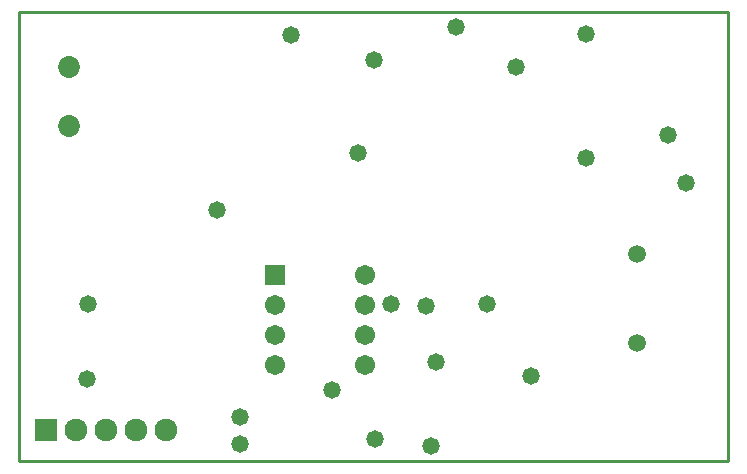
<source format=gbs>
G04*
G04 #@! TF.GenerationSoftware,Altium Limited,Altium Designer,20.2.7 (254)*
G04*
G04 Layer_Color=16711935*
%FSLAX43Y43*%
%MOMM*%
G71*
G04*
G04 #@! TF.SameCoordinates,D7959DAF-34B1-44DD-8309-E4C0A0F03333*
G04*
G04*
G04 #@! TF.FilePolarity,Negative*
G04*
G01*
G75*
%ADD16C,0.254*%
%ADD55C,1.703*%
%ADD56R,1.703X1.703*%
%ADD57C,1.503*%
%ADD58C,1.853*%
%ADD59R,1.928X1.928*%
%ADD60C,1.928*%
%ADD61C,1.473*%
D16*
X60000Y0D02*
Y38000D01*
X0D02*
X60000D01*
X0Y0D02*
X60000D01*
X0D02*
Y38000D01*
D55*
X29271Y8164D02*
D03*
Y10704D02*
D03*
Y13244D02*
D03*
Y15784D02*
D03*
X21651Y8164D02*
D03*
Y10704D02*
D03*
Y13244D02*
D03*
D56*
Y15784D02*
D03*
D57*
X52318Y17568D02*
D03*
Y9968D02*
D03*
D58*
X4238Y28375D02*
D03*
Y33375D02*
D03*
D59*
X2278Y2651D02*
D03*
D60*
X4818D02*
D03*
X7358D02*
D03*
X9898D02*
D03*
X12438D02*
D03*
D61*
X43292Y7239D02*
D03*
X54951Y27589D02*
D03*
X34394Y13162D02*
D03*
X31451Y13282D02*
D03*
X39582Y13282D02*
D03*
X16759Y21259D02*
D03*
X35280Y8400D02*
D03*
X34887Y1286D02*
D03*
X30110Y1919D02*
D03*
X26453Y6017D02*
D03*
X18726Y1483D02*
D03*
X18702Y3767D02*
D03*
X56419Y23556D02*
D03*
X5739Y6978D02*
D03*
X5806Y13305D02*
D03*
X47991Y25700D02*
D03*
X48003Y36201D02*
D03*
X42013Y33354D02*
D03*
X28662Y26064D02*
D03*
X36979Y36782D02*
D03*
X30000Y34000D02*
D03*
X22989Y36063D02*
D03*
M02*

</source>
